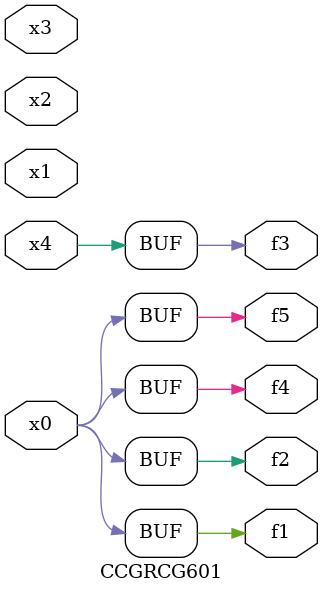
<source format=v>
module CCGRCG601(
	input x0, x1, x2, x3, x4,
	output f1, f2, f3, f4, f5
);
	assign f1 = x0;
	assign f2 = x0;
	assign f3 = x4;
	assign f4 = x0;
	assign f5 = x0;
endmodule

</source>
